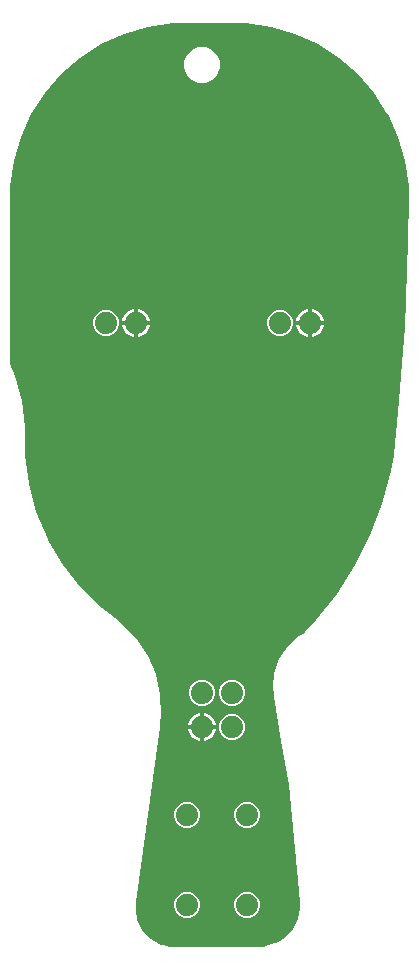
<source format=gtl>
G04 EAGLE Gerber X2 export*
G75*
%MOMM*%
%FSLAX34Y34*%
%LPD*%
%AMOC8*
5,1,8,0,0,1.08239X$1,22.5*%
G01*
%ADD10C,1.879600*%

G36*
X213357Y2544D02*
X213357Y2544D01*
X213390Y2543D01*
X218059Y2866D01*
X218075Y2870D01*
X218215Y2893D01*
X227197Y5446D01*
X227217Y5456D01*
X227238Y5459D01*
X227390Y5531D01*
X235332Y10443D01*
X235348Y10457D01*
X235368Y10466D01*
X235494Y10577D01*
X241791Y17472D01*
X241803Y17491D01*
X241819Y17505D01*
X241910Y17646D01*
X246082Y26000D01*
X246089Y26021D01*
X246100Y26039D01*
X246149Y26199D01*
X247879Y35376D01*
X247879Y35392D01*
X247892Y35533D01*
X247791Y40213D01*
X247788Y40232D01*
X247788Y40265D01*
X238783Y139321D01*
X238777Y139345D01*
X238774Y139390D01*
X231839Y177282D01*
X226291Y214170D01*
X226088Y215522D01*
X226035Y215874D01*
X225884Y216875D01*
X225136Y221846D01*
X226361Y234577D01*
X230639Y246631D01*
X237715Y257285D01*
X247165Y265903D01*
X252309Y268675D01*
X252343Y268701D01*
X252382Y268720D01*
X252495Y268818D01*
X252504Y268825D01*
X252506Y268827D01*
X252508Y268830D01*
X261836Y278971D01*
X261848Y278989D01*
X261874Y279016D01*
X279508Y301400D01*
X279521Y301423D01*
X279553Y301463D01*
X294821Y325523D01*
X294832Y325548D01*
X294859Y325591D01*
X307603Y351078D01*
X307611Y351104D01*
X307634Y351149D01*
X317722Y377800D01*
X317727Y377826D01*
X317745Y377874D01*
X325072Y405412D01*
X325074Y405433D01*
X325085Y405468D01*
X327676Y419416D01*
X327676Y419440D01*
X327685Y419480D01*
X331285Y455419D01*
X331284Y455426D01*
X331286Y455438D01*
X336712Y527669D01*
X336711Y527679D01*
X336714Y527695D01*
X339744Y600066D01*
X339743Y600074D01*
X339744Y600085D01*
X340359Y636277D01*
X340357Y636292D01*
X340359Y636317D01*
X339982Y646855D01*
X339977Y646883D01*
X339975Y646936D01*
X336973Y667812D01*
X336964Y667843D01*
X336950Y667918D01*
X331009Y688154D01*
X330995Y688183D01*
X330971Y688255D01*
X322210Y707439D01*
X322191Y707467D01*
X322158Y707535D01*
X310755Y725277D01*
X310733Y725301D01*
X310690Y725364D01*
X296879Y741303D01*
X296854Y741323D01*
X296803Y741379D01*
X280864Y755190D01*
X280836Y755207D01*
X280777Y755255D01*
X263035Y766658D01*
X263005Y766671D01*
X262939Y766710D01*
X243755Y775471D01*
X243724Y775479D01*
X243654Y775509D01*
X223418Y781450D01*
X223385Y781454D01*
X223312Y781473D01*
X202436Y784475D01*
X202408Y784474D01*
X202355Y784482D01*
X191810Y784859D01*
X191800Y784857D01*
X191783Y784859D01*
X151117Y784859D01*
X151106Y784858D01*
X151090Y784859D01*
X140545Y784482D01*
X140517Y784477D01*
X140464Y784475D01*
X119588Y781473D01*
X119557Y781464D01*
X119482Y781450D01*
X99246Y775509D01*
X99217Y775495D01*
X99145Y775471D01*
X79961Y766710D01*
X79933Y766691D01*
X79865Y766658D01*
X62123Y755255D01*
X62099Y755233D01*
X62036Y755190D01*
X46097Y741379D01*
X46077Y741354D01*
X46021Y741303D01*
X32210Y725364D01*
X32193Y725336D01*
X32145Y725277D01*
X20742Y707535D01*
X20729Y707505D01*
X20690Y707439D01*
X11929Y688255D01*
X11921Y688224D01*
X11891Y688154D01*
X5950Y667918D01*
X5946Y667885D01*
X5927Y667812D01*
X2925Y646936D01*
X2926Y646908D01*
X2918Y646855D01*
X2541Y636310D01*
X2543Y636300D01*
X2541Y636283D01*
X2541Y495986D01*
X2552Y495915D01*
X2554Y495843D01*
X2575Y495775D01*
X2580Y495744D01*
X2591Y495723D01*
X2604Y495683D01*
X6742Y486156D01*
X12611Y464802D01*
X15407Y442833D01*
X15245Y432054D01*
X15245Y432053D01*
X15240Y431762D01*
X15242Y431752D01*
X15240Y431736D01*
X15478Y419318D01*
X15483Y419291D01*
X15484Y419240D01*
X18498Y394599D01*
X18507Y394568D01*
X18518Y394497D01*
X24864Y370496D01*
X24877Y370467D01*
X24897Y370398D01*
X34456Y347486D01*
X34473Y347459D01*
X34503Y347393D01*
X47096Y325999D01*
X47117Y325975D01*
X47155Y325914D01*
X62548Y306436D01*
X62572Y306415D01*
X62618Y306359D01*
X80523Y289163D01*
X80545Y289147D01*
X80582Y289112D01*
X90373Y281471D01*
X90382Y281466D01*
X90394Y281455D01*
X90477Y281395D01*
X91500Y280651D01*
X97442Y276333D01*
X109486Y263742D01*
X119094Y249205D01*
X125958Y233189D01*
X129858Y216206D01*
X130670Y198800D01*
X129699Y191520D01*
X129351Y188907D01*
X129338Y188808D01*
X109515Y40138D01*
X109453Y39673D01*
X109334Y38782D01*
X109335Y38762D01*
X109329Y38728D01*
X109056Y34305D01*
X109057Y34294D01*
X109063Y34143D01*
X110396Y25402D01*
X110404Y25379D01*
X110405Y25355D01*
X110459Y25196D01*
X114187Y17179D01*
X114200Y17159D01*
X114208Y17136D01*
X114304Y16998D01*
X120128Y10346D01*
X120147Y10331D01*
X120161Y10311D01*
X120292Y10206D01*
X127746Y5451D01*
X127768Y5441D01*
X127787Y5426D01*
X127942Y5362D01*
X136430Y2885D01*
X136441Y2884D01*
X136589Y2857D01*
X141010Y2543D01*
X141030Y2544D01*
X141064Y2541D01*
X213338Y2541D01*
X213357Y2544D01*
G37*
%LPC*%
G36*
X162068Y734059D02*
X162068Y734059D01*
X156467Y736380D01*
X152180Y740667D01*
X149859Y746268D01*
X149859Y752332D01*
X152180Y757933D01*
X156467Y762220D01*
X162068Y764541D01*
X168132Y764541D01*
X173733Y762220D01*
X178020Y757933D01*
X180341Y752332D01*
X180341Y746268D01*
X178020Y740667D01*
X173733Y736380D01*
X168132Y734059D01*
X162068Y734059D01*
G37*
%LPD*%
%LPC*%
G36*
X150227Y27177D02*
X150227Y27177D01*
X146213Y28840D01*
X143140Y31913D01*
X141477Y35927D01*
X141477Y40273D01*
X143140Y44287D01*
X146213Y47360D01*
X150227Y49023D01*
X154573Y49023D01*
X158587Y47360D01*
X161660Y44287D01*
X163323Y40273D01*
X163323Y35927D01*
X161660Y31913D01*
X158587Y28840D01*
X154573Y27177D01*
X150227Y27177D01*
G37*
%LPD*%
%LPC*%
G36*
X201027Y27177D02*
X201027Y27177D01*
X197013Y28840D01*
X193940Y31913D01*
X192277Y35927D01*
X192277Y40273D01*
X193940Y44287D01*
X197013Y47360D01*
X201027Y49023D01*
X205373Y49023D01*
X209387Y47360D01*
X212460Y44287D01*
X214123Y40273D01*
X214123Y35927D01*
X212460Y31913D01*
X209387Y28840D01*
X205373Y27177D01*
X201027Y27177D01*
G37*
%LPD*%
%LPC*%
G36*
X150227Y103377D02*
X150227Y103377D01*
X146213Y105040D01*
X143140Y108113D01*
X141477Y112127D01*
X141477Y116473D01*
X143140Y120487D01*
X146213Y123560D01*
X150227Y125223D01*
X154573Y125223D01*
X158587Y123560D01*
X161660Y120487D01*
X163323Y116473D01*
X163323Y112127D01*
X161660Y108113D01*
X158587Y105040D01*
X154573Y103377D01*
X150227Y103377D01*
G37*
%LPD*%
%LPC*%
G36*
X201027Y103377D02*
X201027Y103377D01*
X197013Y105040D01*
X193940Y108113D01*
X192277Y112127D01*
X192277Y116473D01*
X193940Y120487D01*
X197013Y123560D01*
X201027Y125223D01*
X205373Y125223D01*
X209387Y123560D01*
X212460Y120487D01*
X214123Y116473D01*
X214123Y112127D01*
X212460Y108113D01*
X209387Y105040D01*
X205373Y103377D01*
X201027Y103377D01*
G37*
%LPD*%
%LPC*%
G36*
X188327Y177799D02*
X188327Y177799D01*
X184313Y179462D01*
X181240Y182535D01*
X179577Y186549D01*
X179577Y190895D01*
X181240Y194909D01*
X184313Y197982D01*
X188327Y199645D01*
X192673Y199645D01*
X196687Y197982D01*
X199760Y194909D01*
X201423Y190895D01*
X201423Y186549D01*
X199760Y182535D01*
X196687Y179462D01*
X192673Y177799D01*
X188327Y177799D01*
G37*
%LPD*%
%LPC*%
G36*
X162927Y206755D02*
X162927Y206755D01*
X158913Y208418D01*
X155840Y211491D01*
X154177Y215505D01*
X154177Y219851D01*
X155840Y223865D01*
X158913Y226938D01*
X162927Y228601D01*
X167273Y228601D01*
X171287Y226938D01*
X174360Y223865D01*
X176023Y219851D01*
X176023Y215505D01*
X174360Y211491D01*
X171287Y208418D01*
X167273Y206755D01*
X162927Y206755D01*
G37*
%LPD*%
%LPC*%
G36*
X188327Y206755D02*
X188327Y206755D01*
X184313Y208418D01*
X181240Y211491D01*
X179577Y215505D01*
X179577Y219851D01*
X181240Y223865D01*
X184313Y226938D01*
X188327Y228601D01*
X192673Y228601D01*
X196687Y226938D01*
X199760Y223865D01*
X201423Y219851D01*
X201423Y215505D01*
X199760Y211491D01*
X196687Y208418D01*
X192673Y206755D01*
X188327Y206755D01*
G37*
%LPD*%
%LPC*%
G36*
X81647Y519937D02*
X81647Y519937D01*
X77633Y521600D01*
X74560Y524673D01*
X72897Y528687D01*
X72897Y533033D01*
X74560Y537047D01*
X77633Y540120D01*
X81647Y541783D01*
X85993Y541783D01*
X90007Y540120D01*
X93080Y537047D01*
X94743Y533033D01*
X94743Y528687D01*
X93080Y524673D01*
X90007Y521600D01*
X85993Y519937D01*
X81647Y519937D01*
G37*
%LPD*%
%LPC*%
G36*
X228967Y519937D02*
X228967Y519937D01*
X224953Y521600D01*
X221880Y524673D01*
X220217Y528687D01*
X220217Y533033D01*
X221880Y537047D01*
X224953Y540120D01*
X228967Y541783D01*
X233313Y541783D01*
X237327Y540120D01*
X240400Y537047D01*
X242063Y533033D01*
X242063Y528687D01*
X240400Y524673D01*
X237327Y521600D01*
X233313Y519937D01*
X228967Y519937D01*
G37*
%LPD*%
%LPC*%
G36*
X258063Y532383D02*
X258063Y532383D01*
X258063Y542706D01*
X259336Y542505D01*
X261123Y541924D01*
X262797Y541071D01*
X264318Y539966D01*
X265646Y538638D01*
X266751Y537117D01*
X267604Y535443D01*
X268185Y533656D01*
X268386Y532383D01*
X258063Y532383D01*
G37*
%LPD*%
%LPC*%
G36*
X110743Y532383D02*
X110743Y532383D01*
X110743Y542706D01*
X112016Y542505D01*
X113803Y541924D01*
X115477Y541071D01*
X116998Y539966D01*
X118326Y538638D01*
X119431Y537117D01*
X120284Y535443D01*
X120865Y533656D01*
X121066Y532383D01*
X110743Y532383D01*
G37*
%LPD*%
%LPC*%
G36*
X166623Y190245D02*
X166623Y190245D01*
X166623Y200568D01*
X167896Y200367D01*
X169683Y199786D01*
X171357Y198933D01*
X172878Y197828D01*
X174206Y196500D01*
X175311Y194979D01*
X176164Y193305D01*
X176745Y191518D01*
X176946Y190245D01*
X166623Y190245D01*
G37*
%LPD*%
%LPC*%
G36*
X153254Y190245D02*
X153254Y190245D01*
X153455Y191518D01*
X154036Y193305D01*
X154889Y194979D01*
X155994Y196500D01*
X157322Y197828D01*
X158843Y198933D01*
X160517Y199786D01*
X162304Y200367D01*
X163577Y200568D01*
X163577Y190245D01*
X153254Y190245D01*
G37*
%LPD*%
%LPC*%
G36*
X244694Y532383D02*
X244694Y532383D01*
X244895Y533656D01*
X245476Y535443D01*
X246329Y537117D01*
X247434Y538638D01*
X248762Y539966D01*
X250283Y541071D01*
X251957Y541924D01*
X253744Y542505D01*
X255017Y542706D01*
X255017Y532383D01*
X244694Y532383D01*
G37*
%LPD*%
%LPC*%
G36*
X97374Y532383D02*
X97374Y532383D01*
X97575Y533656D01*
X98156Y535443D01*
X99009Y537117D01*
X100114Y538638D01*
X101442Y539966D01*
X102963Y541071D01*
X104637Y541924D01*
X106424Y542505D01*
X107697Y542706D01*
X107697Y532383D01*
X97374Y532383D01*
G37*
%LPD*%
%LPC*%
G36*
X166623Y187199D02*
X166623Y187199D01*
X176946Y187199D01*
X176745Y185926D01*
X176164Y184139D01*
X175311Y182465D01*
X174206Y180944D01*
X172878Y179616D01*
X171357Y178511D01*
X169683Y177658D01*
X167896Y177077D01*
X166623Y176876D01*
X166623Y187199D01*
G37*
%LPD*%
%LPC*%
G36*
X110743Y529337D02*
X110743Y529337D01*
X121066Y529337D01*
X120865Y528064D01*
X120284Y526277D01*
X119431Y524603D01*
X118326Y523082D01*
X116998Y521754D01*
X115477Y520649D01*
X113803Y519796D01*
X112016Y519215D01*
X110743Y519014D01*
X110743Y529337D01*
G37*
%LPD*%
%LPC*%
G36*
X258063Y529337D02*
X258063Y529337D01*
X268386Y529337D01*
X268185Y528064D01*
X267604Y526277D01*
X266751Y524603D01*
X265646Y523082D01*
X264318Y521754D01*
X262797Y520649D01*
X261123Y519796D01*
X259336Y519215D01*
X258063Y519014D01*
X258063Y529337D01*
G37*
%LPD*%
%LPC*%
G36*
X162304Y177077D02*
X162304Y177077D01*
X160517Y177658D01*
X158843Y178511D01*
X157322Y179616D01*
X155994Y180944D01*
X154889Y182465D01*
X154036Y184139D01*
X153455Y185926D01*
X153254Y187199D01*
X163577Y187199D01*
X163577Y176876D01*
X162304Y177077D01*
G37*
%LPD*%
%LPC*%
G36*
X106424Y519215D02*
X106424Y519215D01*
X104637Y519796D01*
X102963Y520649D01*
X101442Y521754D01*
X100114Y523082D01*
X99009Y524603D01*
X98156Y526277D01*
X97575Y528064D01*
X97374Y529337D01*
X107697Y529337D01*
X107697Y519014D01*
X106424Y519215D01*
G37*
%LPD*%
%LPC*%
G36*
X253744Y519215D02*
X253744Y519215D01*
X251957Y519796D01*
X250283Y520649D01*
X248762Y521754D01*
X247434Y523082D01*
X246329Y524603D01*
X245476Y526277D01*
X244895Y528064D01*
X244694Y529337D01*
X255017Y529337D01*
X255017Y519014D01*
X253744Y519215D01*
G37*
%LPD*%
%LPC*%
G36*
X109219Y530859D02*
X109219Y530859D01*
X109219Y530861D01*
X109221Y530861D01*
X109221Y530859D01*
X109219Y530859D01*
G37*
%LPD*%
%LPC*%
G36*
X165099Y188721D02*
X165099Y188721D01*
X165099Y188723D01*
X165101Y188723D01*
X165101Y188721D01*
X165099Y188721D01*
G37*
%LPD*%
%LPC*%
G36*
X256539Y530859D02*
X256539Y530859D01*
X256539Y530861D01*
X256541Y530861D01*
X256541Y530859D01*
X256539Y530859D01*
G37*
%LPD*%
D10*
X231140Y530860D03*
X256540Y530860D03*
X83820Y530860D03*
X109220Y530860D03*
X165100Y217678D03*
X165100Y188722D03*
X190500Y217678D03*
X190500Y188722D03*
X203200Y114300D03*
X203200Y38100D03*
X152400Y114300D03*
X152400Y38100D03*
M02*

</source>
